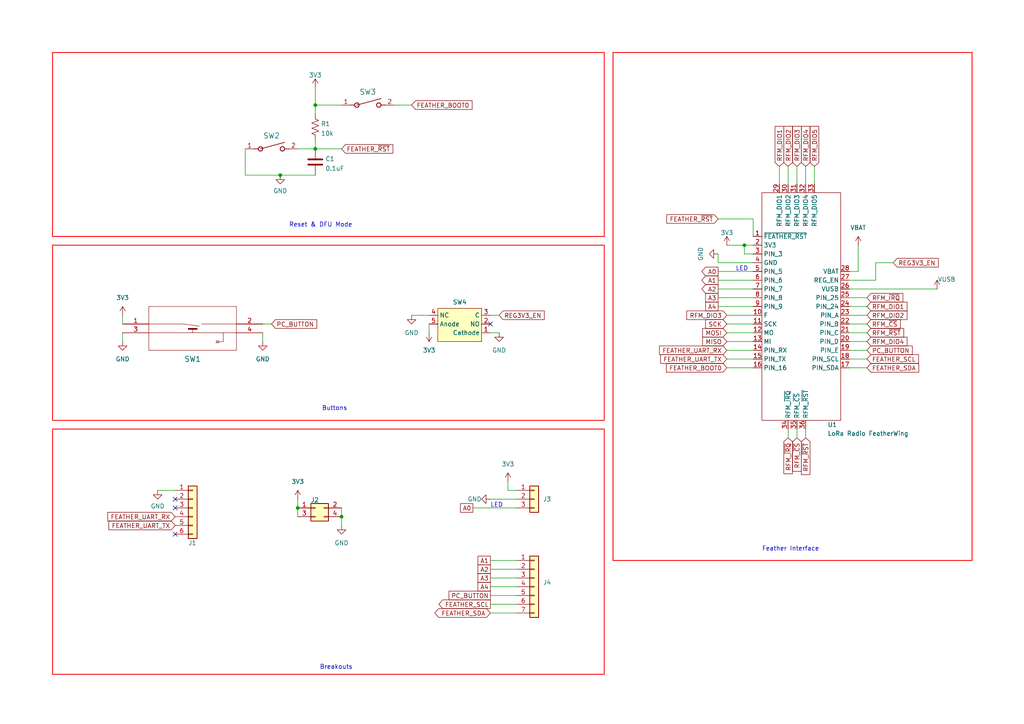
<source format=kicad_sch>
(kicad_sch (version 20230121) (generator eeschema)
  (paper "A4")
  (lib_symbols
    (symbol "GND_1" (power) (pin_names (offset 0))
      (property "Value" "GND_1" (at 0 -3.81 0))
      (symbol "GND_1_0_1"
        (polyline (pts (xy 0 0) (xy 0 -1.27) (xy 1.27 -1.27) (xy 0 -2.54) (xy -1.27 -1.27) (xy 0 -1.27)))
      )
      (symbol "GND_1_1_1"
        (pin power_in line (at 0 0 270) (length 0) hide (name "GND") (number "1"))
      )
    )
    (symbol "GND_2" (power) (pin_names (offset 0))
      (property "Value" "GND_2" (at 0 -3.81 0))
      (symbol "GND_2_0_1"
        (polyline (pts (xy 0 0) (xy 0 -1.27) (xy 1.27 -1.27) (xy 0 -2.54) (xy -1.27 -1.27) (xy 0 -1.27)))
      )
      (symbol "GND_2_1_1"
        (pin power_in line (at 0 0 270) (length 0) hide (name "GND") (number "1"))
      )
    )
    (symbol "GND_3" (power) (pin_names (offset 0))
      (property "Value" "GND_3" (at 0 -3.81 0))
      (symbol "GND_3_0_1"
        (polyline (pts (xy 0 0) (xy 0 -1.27) (xy 1.27 -1.27) (xy 0 -2.54) (xy -1.27 -1.27) (xy 0 -1.27)))
      )
      (symbol "GND_3_1_1"
        (pin power_in line (at 0 0 270) (length 0) hide (name "GND") (number "1"))
      )
    )
    (symbol "Symbols:3V3" (power) (pin_names (offset 0))
      (property "Value" "3V3" (at 0 3.556 0))
      (symbol "3V3_0_1"
        (polyline (pts (xy -0.762 1.27) (xy 0 2.54)))
        (polyline (pts (xy 0 0) (xy 0 2.54)))
        (polyline (pts (xy 0 2.54) (xy 0.762 1.27)))
      )
      (symbol "3V3_1_1"
        (pin power_in line (at 0 0 90) (length 0) hide (name "3V3") (number "1"))
      )
    )
    (symbol "Symbols:B3F-3152" (pin_names (offset 0.254) hide)
      (property "Reference" "SW" (at 10.16 10.16 0))
      (symbol "B3F-3152_0_1"
        (polyline (pts (xy 7.62 -5.08) (xy 33.02 -5.08)) (stroke (width 0.127)))
        (polyline (pts (xy 7.62 0) (xy 17.78 0)) (stroke (width 0.127)))
        (polyline (pts (xy 7.62 2.54) (xy 33.02 2.54)) (stroke (width 0.127)))
        (polyline (pts (xy 7.62 7.62) (xy 7.62 -5.08)) (stroke (width 0.127)))
        (polyline (pts (xy 19.05 1.27) (xy 19.05 1.5875)) (stroke (width 0.127)))
        (polyline (pts (xy 19.05 1.27) (xy 21.59 1.27)) (stroke (width 0.127)))
        (polyline (pts (xy 19.05 1.5875) (xy 21.59 1.5875)) (stroke (width 0.127)))
        (polyline (pts (xy 20.32 2.54) (xy 20.32 1.27)) (stroke (width 0.127)))
        (polyline (pts (xy 21.59 1.5875) (xy 21.59 1.27)) (stroke (width 0.127)))
        (polyline (pts (xy 22.225 0.635) (xy 17.78 0)) (stroke (width 0.127)))
        (polyline (pts (xy 22.86 0) (xy 33.02 0)) (stroke (width 0.127)))
        (polyline (pts (xy 27.1463 4.7625) (xy 27.305 5.3975)) (stroke (width 0.127)))
        (polyline (pts (xy 27.4638 4.7625) (xy 27.6225 5.3975)) (stroke (width 0.127)))
        (polyline (pts (xy 27.7813 4.7625) (xy 27.94 5.3975)) (stroke (width 0.127)))
        (polyline (pts (xy 27.94 5.3975) (xy 26.9875 5.3975)) (stroke (width 0.127)))
        (polyline (pts (xy 29.21 2.54) (xy 29.21 5.08)) (stroke (width 0.127)))
        (polyline (pts (xy 29.21 5.08) (xy 27.94 5.08)) (stroke (width 0.127)))
        (polyline (pts (xy 33.02 -5.08) (xy 33.02 7.62)) (stroke (width 0.127)))
        (polyline (pts (xy 33.02 7.62) (xy 7.62 7.62)) (stroke (width 0.127)))
        (polyline (pts (xy 19.05 1.5875) (xy 19.05 1.27) (xy 21.59 1.27) (xy 21.59 1.5875)) (fill (type outline)))
        (pin unspecified line (at 0 0 0) (length 7.62) (name "1") (number "1"))
        (pin unspecified line (at 40.64 0 180) (length 7.62) (name "2") (number "2"))
        (pin unspecified line (at 0 2.54 0) (length 7.62) (name "3") (number "3"))
        (pin unspecified line (at 40.64 2.54 180) (length 7.62) (name "4") (number "4"))
      )
    )
    (symbol "Symbols:C" (pin_numbers hide) (pin_names (offset 0.254))
      (property "Reference" "C" (at 0.635 2.54 0))
      (property "Value" "C" (at 0.635 -2.54 0))
      (symbol "C_0_1"
        (polyline (pts (xy -2.032 -0.762) (xy 2.032 -0.762)) (stroke (width 0.508)))
        (polyline (pts (xy -2.032 0.762) (xy 2.032 0.762)) (stroke (width 0.508)))
      )
      (symbol "C_1_1"
        (pin passive line (at 0 3.81 270) (length 2.794) (name "~") (number "1"))
        (pin passive line (at 0 -3.81 90) (length 2.794) (name "~") (number "2"))
      )
    )
    (symbol "Symbols:Conn_01x03" (pin_names (offset 1.016) hide)
      (property "Reference" "J" (at 0 5.08 0))
      (symbol "Conn_01x03_1_1"
        (rectangle (start -1.27 -2.413) (end 0 -2.667) (stroke (width 0.1524)))
        (rectangle (start -1.27 0.127) (end 0 -0.127) (stroke (width 0.1524)))
        (rectangle (start -1.27 2.667) (end 0 2.413) (stroke (width 0.1524)))
        (rectangle (start -1.27 3.81) (end 1.27 -3.81) (stroke (width 0.254)) (fill (type background)))
        (pin passive line (at -5.08 2.54 0) (length 3.81) (name "Pin_1") (number "1"))
        (pin passive line (at -5.08 0 0) (length 3.81) (name "Pin_2") (number "2"))
        (pin passive line (at -5.08 -2.54 0) (length 3.81) (name "Pin_3") (number "3"))
      )
    )
    (symbol "Symbols:Conn_01x06" (pin_names (offset 1.016) hide)
      (property "Reference" "J" (at 0 7.62 0))
      (property "Value" "Conn_01x06" (at 0 -10.16 0))
      (symbol "Conn_01x06_1_1"
        (rectangle (start -1.27 -7.493) (end 0 -7.747) (stroke (width 0.1524)))
        (rectangle (start -1.27 -4.953) (end 0 -5.207) (stroke (width 0.1524)))
        (rectangle (start -1.27 -2.413) (end 0 -2.667) (stroke (width 0.1524)))
        (rectangle (start -1.27 0.127) (end 0 -0.127) (stroke (width 0.1524)))
        (rectangle (start -1.27 2.667) (end 0 2.413) (stroke (width 0.1524)))
        (rectangle (start -1.27 5.207) (end 0 4.953) (stroke (width 0.1524)))
        (rectangle (start -1.27 6.35) (end 1.27 -8.89) (stroke (width 0.254)) (fill (type background)))
        (pin passive line (at -5.08 5.08 0) (length 3.81) (name "Pin_1") (number "1"))
        (pin passive line (at -5.08 2.54 0) (length 3.81) (name "Pin_2") (number "2"))
        (pin passive line (at -5.08 0 0) (length 3.81) (name "Pin_3") (number "3"))
        (pin passive line (at -5.08 -2.54 0) (length 3.81) (name "Pin_4") (number "4"))
        (pin passive line (at -5.08 -5.08 0) (length 3.81) (name "Pin_5") (number "5"))
        (pin passive line (at -5.08 -7.62 0) (length 3.81) (name "Pin_6") (number "6"))
      )
    )
    (symbol "Symbols:Conn_01x07" (pin_names (offset 1.016) hide)
      (property "Reference" "J" (at 0 10.16 0))
      (property "Value" "Conn_01x07" (at 0 -10.16 0))
      (symbol "Conn_01x07_1_1"
        (rectangle (start -1.27 -7.493) (end 0 -7.747) (stroke (width 0.1524)))
        (rectangle (start -1.27 -4.953) (end 0 -5.207) (stroke (width 0.1524)))
        (rectangle (start -1.27 -2.413) (end 0 -2.667) (stroke (width 0.1524)))
        (rectangle (start -1.27 0.127) (end 0 -0.127) (stroke (width 0.1524)))
        (rectangle (start -1.27 2.667) (end 0 2.413) (stroke (width 0.1524)))
        (rectangle (start -1.27 5.207) (end 0 4.953) (stroke (width 0.1524)))
        (rectangle (start -1.27 7.747) (end 0 7.493) (stroke (width 0.1524)))
        (rectangle (start -1.27 8.89) (end 1.27 -8.89) (stroke (width 0.254)) (fill (type background)))
        (pin passive line (at -5.08 7.62 0) (length 3.81) (name "Pin_1") (number "1"))
        (pin passive line (at -5.08 5.08 0) (length 3.81) (name "Pin_2") (number "2"))
        (pin passive line (at -5.08 2.54 0) (length 3.81) (name "Pin_3") (number "3"))
        (pin passive line (at -5.08 0 0) (length 3.81) (name "Pin_4") (number "4"))
        (pin passive line (at -5.08 -2.54 0) (length 3.81) (name "Pin_5") (number "5"))
        (pin passive line (at -5.08 -5.08 0) (length 3.81) (name "Pin_6") (number "6"))
        (pin passive line (at -5.08 -7.62 0) (length 3.81) (name "Pin_7") (number "7"))
      )
    )
    (symbol "Symbols:Conn_02x02_Odd_Even" (pin_names (offset 1.016) hide)
      (property "Reference" "J" (at 1.27 2.54 0))
      (property "Value" "Conn_02x02_Odd_Even" (at 1.27 -5.08 0))
      (symbol "Conn_02x02_Odd_Even_1_1"
        (rectangle (start -1.27 -2.413) (end 0 -2.667) (stroke (width 0.1524)))
        (rectangle (start -1.27 0.127) (end 0 -0.127) (stroke (width 0.1524)))
        (rectangle (start -1.27 1.27) (end 3.81 -3.81) (stroke (width 0.254)) (fill (type background)))
        (rectangle (start 3.81 -2.413) (end 2.54 -2.667) (stroke (width 0.1524)))
        (rectangle (start 3.81 0.127) (end 2.54 -0.127) (stroke (width 0.1524)))
        (pin passive line (at -5.08 0 0) (length 3.81) (name "Pin_1") (number "1"))
        (pin passive line (at 7.62 0 180) (length 3.81) (name "Pin_2") (number "2"))
        (pin passive line (at -5.08 -2.54 0) (length 3.81) (name "Pin_3") (number "3"))
        (pin passive line (at 7.62 -2.54 180) (length 3.81) (name "Pin_4") (number "4"))
      )
    )
    (symbol "Symbols:ELUMEETHQ7C22"
      (property "Reference" "SW" (at 3.81 2.921 0))
      (symbol "ELUMEETHQ7C22_1_1"
        (rectangle (start 2.54 2.032) (end 15.24 -7.62) (fill (type background)))
        (pin passive line (at 17.78 -5.08 180) (length 2.54) (name "Cathode") (number "1"))
        (pin passive line (at 17.78 -2.54 180) (length 2.54) (name "NO") (number "2"))
        (pin passive line (at 17.78 0 180) (length 2.54) (name "C") (number "3"))
        (pin passive line (at 0 0 0) (length 2.54) (name "NC") (number "4"))
        (pin passive line (at 0 -2.54 0) (length 2.54) (name "Anode") (number "5"))
      )
    )
    (symbol "Symbols:GND" (power) (pin_names (offset 0))
      (property "Value" "GND" (at 0 -3.81 0))
      (symbol "GND_0_1"
        (polyline (pts (xy 0 0) (xy 0 -1.27) (xy 1.27 -1.27) (xy 0 -2.54) (xy -1.27 -1.27) (xy 0 -1.27)))
      )
      (symbol "GND_1_1"
        (pin power_in line (at 0 0 270) (length 0) hide (name "GND") (number "1"))
      )
    )
    (symbol "Symbols:LoRa Radio FeatherWing"
      (property "Reference" "U1" (at 4.5594 -35.1187 0))
      (property "Value" "LoRa Radio FeatherWing" (at 4.5594 -37.8938 0))
      (symbol "LoRa Radio FeatherWing_0_1"
        (rectangle (start -10.16 33.02) (end 12.7 -33.02) (stroke (width 0.1524)))
      )
      (symbol "LoRa Radio FeatherWing_1_1"
        (pin input line (at -12.7 20.32 0) (length 2.54) (name "~{FEATHER_RST}") (number "1"))
        (pin bidirectional line (at -12.7 -2.54 0) (length 2.54) (name "F") (number "10"))
        (pin input line (at -12.7 -5.08 0) (length 2.54) (name "SCK") (number "11"))
        (pin input line (at -12.7 -7.62 0) (length 2.54) (name "MO") (number "12"))
        (pin output line (at -12.7 -10.16 0) (length 2.54) (name "MI") (number "13"))
        (pin bidirectional line (at -12.7 -12.7 0) (length 2.54) (name "PIN_RX") (number "14"))
        (pin bidirectional line (at -12.7 -15.24 0) (length 2.54) (name "PIN_TX") (number "15"))
        (pin bidirectional line (at -12.7 -17.78 0) (length 2.54) (name "PIN_16") (number "16"))
        (pin bidirectional line (at 15.24 -17.78 180) (length 2.54) (name "PIN_SDA") (number "17"))
        (pin bidirectional line (at 15.24 -15.24 180) (length 2.54) (name "PIN_SCL") (number "18"))
        (pin bidirectional line (at 15.24 -12.7 180) (length 2.54) (name "PIN_E") (number "19"))
        (pin power_in line (at -12.7 17.78 0) (length 2.54) (name "3V3") (number "2"))
        (pin bidirectional line (at 15.24 -10.16 180) (length 2.54) (name "PIN_D") (number "20"))
        (pin bidirectional line (at 15.24 -7.62 180) (length 2.54) (name "PIN_C") (number "21"))
        (pin bidirectional line (at 15.24 -5.08 180) (length 2.54) (name "PIN_B") (number "22"))
        (pin bidirectional line (at 15.24 -2.54 180) (length 2.54) (name "PIN_A") (number "23"))
        (pin bidirectional line (at 15.24 0 180) (length 2.54) (name "PIN_24") (number "24"))
        (pin bidirectional line (at 15.24 2.54 180) (length 2.54) (name "PIN_25") (number "25"))
        (pin power_out line (at 15.24 5.08 180) (length 2.54) (name "VUSB") (number "26"))
        (pin input line (at 15.24 7.62 180) (length 2.54) (name "REG_EN") (number "27"))
        (pin power_out line (at 15.24 10.16 180) (length 2.54) (name "VBAT") (number "28"))
        (pin bidirectional line (at -5.08 35.56 270) (length 2.54) (name "RFM_DIO1") (number "29"))
        (pin bidirectional line (at -12.7 15.24 0) (length 2.54) (name "PIN_3") (number "3"))
        (pin bidirectional line (at -2.54 35.56 270) (length 2.54) (name "RFM_DIO2") (number "30"))
        (pin bidirectional line (at 0 35.56 270) (length 2.54) (name "RFM_DIO3") (number "31"))
        (pin bidirectional line (at 2.54 35.56 270) (length 2.54) (name "RFM_DIO4") (number "32"))
        (pin bidirectional line (at 5.08 35.56 270) (length 2.54) (name "RFM_DIO5") (number "33"))
        (pin output line (at -2.54 -35.56 90) (length 2.54) (name "RFM_~{IRQ}") (number "34"))
        (pin input line (at 0 -35.56 90) (length 2.54) (name "RFM_~{CS}") (number "35"))
        (pin input line (at 2.54 -35.56 90) (length 2.54) (name "RFM_~{RST}") (number "36"))
        (pin power_in line (at -12.7 12.7 0) (length 2.54) (name "GND") (number "4"))
        (pin bidirectional line (at -12.7 10.16 0) (length 2.54) (name "PIN_5") (number "5"))
        (pin bidirectional line (at -12.7 7.62 0) (length 2.54) (name "PIN_6") (number "6"))
        (pin bidirectional line (at -12.7 5.08 0) (length 2.54) (name "PIN_7") (number "7"))
        (pin bidirectional line (at -12.7 2.54 0) (length 2.54) (name "PIN_8") (number "8"))
        (pin bidirectional line (at -12.7 0 0) (length 2.54) (name "PIN_9") (number "9"))
      )
    )
    (symbol "Symbols:R_US" (pin_numbers hide) (pin_names (offset 0))
      (property "Reference" "R" (at 2.54 0 90))
      (property "Value" "R_US" (at -2.54 0 90))
      (symbol "R_US_0_1"
        (polyline (pts (xy 0 -2.286) (xy 0 -2.54)))
        (polyline (pts (xy 0 2.286) (xy 0 2.54)))
        (polyline (pts (xy 0 -0.762) (xy 1.016 -1.143) (xy 0 -1.524) (xy -1.016 -1.905) (xy 0 -2.286)))
        (polyline (pts (xy 0 0.762) (xy 1.016 0.381) (xy 0 0) (xy -1.016 -0.381) (xy 0 -0.762)))
        (polyline (pts (xy 0 2.286) (xy 1.016 1.905) (xy 0 1.524) (xy -1.016 1.143) (xy 0 0.762)))
      )
      (symbol "R_US_1_1"
        (pin passive line (at 0 3.81 270) (length 1.27) (name "~") (number "1"))
        (pin passive line (at 0 -3.81 90) (length 1.27) (name "~") (number "2"))
      )
    )
    (symbol "Symbols:TL1105MF160Q" (pin_names (offset 0.254) hide)
      (property "Reference" "SW" (at 7.62 3.81 0))
      (symbol "TL1105MF160Q_0_1"
        (polyline (pts (xy 2.54 0) (xy 3.81 0)) (stroke (width 0.2032)))
        (polyline (pts (xy 4.445 0) (xy 11.43 1.905)) (stroke (width 0.2032)))
        (polyline (pts (xy 12.7 0) (xy 11.43 0)) (stroke (width 0.2032)))
        (circle (center 4.445 0) (radius 0.635) (stroke (width 0.254)))
        (circle (center 10.795 0) (radius 0.635) (stroke (width 0.254)))
        (pin unspecified line (at 0 0 0) (length 2.54) (name "1") (number "1"))
        (pin unspecified line (at 15.24 0 180) (length 2.54) (name "2") (number "2"))
      )
    )
    (symbol "Symbols:VBAT" (power) (pin_names (offset 0))
      (property "Value" "VBAT" (at 0 3.556 0))
      (symbol "VBAT_0_1"
        (polyline (pts (xy -0.762 1.27) (xy 0 2.54)))
        (polyline (pts (xy 0 0) (xy 0 2.54)))
        (polyline (pts (xy 0 2.54) (xy 0.762 1.27)))
      )
      (symbol "VBAT_1_1"
        (pin power_in line (at 0 0 90) (length 0) hide (name "VBAT") (number "1"))
      )
    )
    (symbol "Symbols:VUSB" (power) (pin_names (offset 0))
      (property "Value" "VUSB" (at 0 3.81 0))
      (symbol "VUSB_0_1"
        (polyline (pts (xy -0.762 1.27) (xy 0 2.54)))
        (polyline (pts (xy 0 0) (xy 0 2.54)))
        (polyline (pts (xy 0 2.54) (xy 0.762 1.27)))
      )
      (symbol "VUSB_1_1"
        (pin power_in line (at 0 0 90) (length 0) hide (name "VUSB") (number "1"))
      )
    )
  )
  (junction (at 91.44 43.18))
  (junction (at 99.06 149.86))
  (junction (at 81.28 50.8))
  (junction (at 91.44 30.48))
  (junction (at 86.36 147.32))
  (junction (at 215.9 71.12))
  (no_connect (at 142.24 93.98))
  (no_connect (at 50.8 147.32))
  (no_connect (at 50.8 144.78))
  (no_connect (at 50.8 154.94))
  (wire (pts (xy 210.82 93.98) (xy 218.44 93.98)))
  (wire (pts (xy 246.38 91.44) (xy 251.46 91.44)))
  (wire (pts (xy 147.32 142.24) (xy 149.86 142.24)))
  (wire (pts (xy 142.24 144.78) (xy 149.86 144.78)))
  (wire (pts (xy 248.92 71.12) (xy 248.92 78.74)))
  (wire (pts (xy 35.56 96.52) (xy 35.56 99.06)))
  (wire (pts (xy 142.24 167.64) (xy 149.86 167.64)))
  (wire (pts (xy 208.28 76.2) (xy 218.44 76.2)))
  (wire (pts (xy 215.9 73.66) (xy 218.44 73.66)))
  (wire (pts (xy 228.6 48.26) (xy 228.6 53.34)))
  (wire (pts (xy 246.38 106.68) (xy 251.46 106.68)))
  (wire (pts (xy 45.72 142.24) (xy 50.8 142.24)))
  (wire (pts (xy 81.28 50.8) (xy 91.44 50.8)))
  (wire (pts (xy 91.44 43.18) (xy 99.06 43.18)))
  (wire (pts (xy 233.68 124.46) (xy 233.68 127)))
  (wire (pts (xy 210.82 106.68) (xy 218.44 106.68)))
  (wire (pts (xy 233.68 48.26) (xy 233.68 53.34)))
  (wire (pts (xy 71.12 43.18) (xy 71.12 50.8)))
  (wire (pts (xy 208.28 83.82) (xy 218.44 83.82)))
  (wire (pts (xy 210.82 99.06) (xy 218.44 99.06)))
  (wire (pts (xy 86.36 43.18) (xy 91.44 43.18)))
  (wire (pts (xy 210.82 91.44) (xy 218.44 91.44)))
  (wire (pts (xy 71.12 50.8) (xy 81.28 50.8)))
  (wire (pts (xy 86.36 147.32) (xy 86.36 149.86)))
  (wire (pts (xy 142.24 172.72) (xy 149.86 172.72)))
  (wire (pts (xy 208.28 78.74) (xy 218.44 78.74)))
  (wire (pts (xy 246.38 78.74) (xy 248.92 78.74)))
  (wire (pts (xy 208.28 76.2) (xy 208.28 73.66)))
  (wire (pts (xy 236.22 48.26) (xy 236.22 53.34)))
  (wire (pts (xy 208.28 86.36) (xy 218.44 86.36)))
  (wire (pts (xy 142.24 162.56) (xy 149.86 162.56)))
  (wire (pts (xy 231.14 48.26) (xy 231.14 53.34)))
  (wire (pts (xy 124.46 93.98) (xy 124.46 96.52)))
  (wire (pts (xy 215.9 71.12) (xy 215.9 73.66)))
  (wire (pts (xy 246.38 83.82) (xy 271.78 83.82)))
  (wire (pts (xy 210.82 104.14) (xy 218.44 104.14)))
  (wire (pts (xy 208.28 81.28) (xy 218.44 81.28)))
  (wire (pts (xy 142.24 91.44) (xy 144.78 91.44)))
  (wire (pts (xy 246.38 96.52) (xy 251.46 96.52)))
  (wire (pts (xy 91.44 40.64) (xy 91.44 43.18)))
  (wire (pts (xy 246.38 88.9) (xy 251.46 88.9)))
  (wire (pts (xy 35.56 91.44) (xy 35.56 93.98)))
  (wire (pts (xy 119.38 91.44) (xy 124.46 91.44)))
  (wire (pts (xy 99.06 147.32) (xy 99.06 149.86)))
  (wire (pts (xy 91.44 30.48) (xy 99.06 30.48)))
  (wire (pts (xy 76.2 96.52) (xy 76.2 99.06)))
  (wire (pts (xy 246.38 93.98) (xy 251.46 93.98)))
  (wire (pts (xy 142.24 177.8) (xy 149.86 177.8)))
  (wire (pts (xy 215.9 71.12) (xy 218.44 71.12)))
  (wire (pts (xy 246.38 104.14) (xy 251.46 104.14)))
  (wire (pts (xy 226.06 48.26) (xy 226.06 53.34)))
  (wire (pts (xy 208.28 63.5) (xy 218.44 63.5)))
  (wire (pts (xy 231.14 124.46) (xy 231.14 127)))
  (wire (pts (xy 142.24 165.1) (xy 149.86 165.1)))
  (wire (pts (xy 254 76.2) (xy 259.08 76.2)))
  (wire (pts (xy 86.36 144.78) (xy 86.36 147.32)))
  (wire (pts (xy 91.44 25.4) (xy 91.44 30.48)))
  (wire (pts (xy 228.6 127) (xy 228.6 124.46)))
  (wire (pts (xy 142.24 96.52) (xy 144.78 96.52)))
  (wire (pts (xy 210.82 71.12) (xy 215.9 71.12)))
  (wire (pts (xy 246.38 86.36) (xy 251.46 86.36)))
  (wire (pts (xy 246.38 101.6) (xy 251.46 101.6)))
  (wire (pts (xy 218.44 63.5) (xy 218.44 68.58)))
  (wire (pts (xy 142.24 175.26) (xy 149.86 175.26)))
  (wire (pts (xy 99.06 149.86) (xy 99.06 152.4)))
  (wire (pts (xy 246.38 81.28) (xy 254 81.28)))
  (wire (pts (xy 137.16 147.32) (xy 149.86 147.32)))
  (wire (pts (xy 147.32 139.7) (xy 147.32 142.24)))
  (wire (pts (xy 91.44 30.48) (xy 91.44 33.02)))
  (wire (pts (xy 76.2 93.98) (xy 78.74 93.98)))
  (wire (pts (xy 210.82 101.6) (xy 218.44 101.6)))
  (wire (pts (xy 208.28 88.9) (xy 218.44 88.9)))
  (wire (pts (xy 246.38 99.06) (xy 251.46 99.06)))
  (wire (pts (xy 210.82 96.52) (xy 218.44 96.52)))
  (wire (pts (xy 254 76.2) (xy 254 81.28)))
  (wire (pts (xy 114.3 30.48) (xy 119.38 30.48)))
  (wire (pts (xy 142.24 170.18) (xy 149.86 170.18)))
  (rectangle (start 177.8 15.24) (end 281.94 162.56) (stroke (width 0.254) (color 255 0 0 1)))
  (rectangle (start 15.24 15.24) (end 175.26 68.58) (stroke (width 0.254) (color 255 0 0 1)))
  (rectangle (start 15.24 124.46) (end 175.26 195.58) (stroke (width 0.254) (color 255 0 0 1)))
  (rectangle (start 15.24 71.12) (end 175.26 121.92) (stroke (width 0.254) (color 255 0 0 1)))
  (text "Reset & DFU Mode" (at 83.82 66.04 0) (effects (font (size 1.27 1.27)) (justify left bottom)))
  (text "Buttons" (at 93.345 119.253 0) (effects (font (size 1.27 1.27)) (justify left bottom)))
  (text "LED" (at 142.24 147.32 0) (effects (font (size 1.27 1.27)) (justify left bottom)))
  (text "Breakouts" (at 92.71 194.31 0) (effects (font (size 1.27 1.27)) (justify left bottom)))
  (text "LED" (at 213.36 78.74 0) (effects (font (size 1.27 1.27)) (justify left bottom)))
  (text "Feather Interface" (at 220.98 160.02 0) (effects (font (size 1.27 1.27)) (justify left bottom)))
  (global_label "A4" (shape passive) (at 208.28 88.9 180) (property "Intersheetrefs" "${INTERSHEET_REFS}" (effects hide)))
  (global_label "A4" (shape passive) (at 142.24 170.18 180) (property "Intersheetrefs" "${INTERSHEET_REFS}" (effects hide)))
  (global_label "MOSI" (shape input) (at 210.82 96.52 180) (property "Intersheetrefs" "${INTERSHEET_REFS}" (effects hide)))
  (global_label "FEATHER_SCL" (shape input) (at 251.46 104.14 0) (property "Intersheetrefs" "${INTERSHEET_REFS}" (effects hide)))
  (global_label "A0" (shape output) (at 208.28 78.74 180) (property "Intersheetrefs" "${INTERSHEET_REFS}" (effects hide)))
  (global_label "RFM_~{CS}" (shape input) (at 231.14 127 270) (property "Intersheetrefs" "${INTERSHEET_REFS}" (effects hide)))
  (global_label "RFM_DIO4" (shape input) (at 251.46 99.06 0) (property "Intersheetrefs" "${INTERSHEET_REFS}" (effects hide)))
  (global_label "RFM_~{IRQ}" (shape input) (at 228.6 127 270) (property "Intersheetrefs" "${INTERSHEET_REFS}" (effects hide)))
  (global_label "PC_BUTTON" (shape input) (at 251.46 101.6 0) (property "Intersheetrefs" "${INTERSHEET_REFS}" (effects hide)))
  (global_label "PC_BUTTON" (shape passive) (at 142.24 172.72 180) (property "Intersheetrefs" "${INTERSHEET_REFS}" (effects hide)))
  (global_label "RFM_DIO4" (shape input) (at 233.68 48.26 90) (property "Intersheetrefs" "${INTERSHEET_REFS}" (effects hide)))
  (global_label "FEATHER_~{RST}" (shape input) (at 208.28 63.5 180) (property "Intersheetrefs" "${INTERSHEET_REFS}" (effects hide)))
  (global_label "FEATHER_SDA" (shape input) (at 251.46 106.68 0) (property "Intersheetrefs" "${INTERSHEET_REFS}" (effects hide)))
  (global_label "FEATHER_~{RST}" (shape input) (at 99.06 43.18 0) (property "Intersheetrefs" "${INTERSHEET_REFS}" (effects hide)))
  (global_label "FEATHER_UART_RX" (shape input) (at 50.8 149.86 180) (property "Intersheetrefs" "${INTERSHEET_REFS}" (effects hide)))
  (global_label "FEATHER_UART_RX" (shape input) (at 210.82 101.6 180) (property "Intersheetrefs" "${INTERSHEET_REFS}" (effects hide)))
  (global_label "REG3V3_EN" (shape input) (at 259.08 76.2 0) (property "Intersheetrefs" "${INTERSHEET_REFS}" (effects hide)))
  (global_label "FEATHER_SDA" (shape bidirectional) (at 142.24 177.8 180) (property "Intersheetrefs" "${INTERSHEET_REFS}" (effects hide)))
  (global_label "FEATHER_UART_TX" (shape input) (at 210.82 104.14 180) (property "Intersheetrefs" "${INTERSHEET_REFS}" (effects hide)))
  (global_label "A1" (shape passive) (at 142.24 162.56 180) (property "Intersheetrefs" "${INTERSHEET_REFS}" (effects hide)))
  (global_label "A2" (shape output) (at 208.28 83.82 180) (property "Intersheetrefs" "${INTERSHEET_REFS}" (effects hide)))
  (global_label "RFM_DIO3" (shape input) (at 210.82 91.44 180) (property "Intersheetrefs" "${INTERSHEET_REFS}" (effects hide)))
  (global_label "RFM_DIO1" (shape input) (at 251.46 88.9 0) (property "Intersheetrefs" "${INTERSHEET_REFS}" (effects hide)))
  (global_label "RFM_DIO3" (shape input) (at 231.14 48.26 90) (property "Intersheetrefs" "${INTERSHEET_REFS}" (effects hide)))
  (global_label "RFM_~{RST}" (shape input) (at 251.46 96.52 0) (property "Intersheetrefs" "${INTERSHEET_REFS}" (effects hide)))
  (global_label "SCK" (shape input) (at 210.82 93.98 180) (property "Intersheetrefs" "${INTERSHEET_REFS}" (effects hide)))
  (global_label "A3" (shape passive) (at 208.28 86.36 180) (property "Intersheetrefs" "${INTERSHEET_REFS}" (effects hide)))
  (global_label "RFM_~{RST}" (shape input) (at 233.68 127 270) (property "Intersheetrefs" "${INTERSHEET_REFS}" (effects hide)))
  (global_label "PC_BUTTON" (shape input) (at 78.74 93.98 0) (property "Intersheetrefs" "${INTERSHEET_REFS}" (effects hide)))
  (global_label "FEATHER_SCL" (shape output) (at 142.24 175.26 180) (property "Intersheetrefs" "${INTERSHEET_REFS}" (effects hide)))
  (global_label "A3" (shape passive) (at 142.24 167.64 180) (property "Intersheetrefs" "${INTERSHEET_REFS}" (effects hide)))
  (global_label "RFM_DIO5" (shape input) (at 236.22 48.26 90) (property "Intersheetrefs" "${INTERSHEET_REFS}" (effects hide)))
  (global_label "FEATHER_BOOT0" (shape input) (at 210.82 106.68 180) (property "Intersheetrefs" "${INTERSHEET_REFS}" (effects hide)))
  (global_label "RFM_DIO2" (shape input) (at 228.6 48.26 90) (property "Intersheetrefs" "${INTERSHEET_REFS}" (effects hide)))
  (global_label "MISO" (shape input) (at 210.82 99.06 180) (property "Intersheetrefs" "${INTERSHEET_REFS}" (effects hide)))
  (global_label "A2" (shape passive) (at 142.24 165.1 180) (property "Intersheetrefs" "${INTERSHEET_REFS}" (effects hide)))
  (global_label "FEATHER_UART_TX" (shape input) (at 50.8 152.4 180) (property "Intersheetrefs" "${INTERSHEET_REFS}" (effects hide)))
  (global_label "RFM_DIO2" (shape input) (at 251.46 91.44 0) (property "Intersheetrefs" "${INTERSHEET_REFS}" (effects hide)))
  (global_label "RFM_~{CS}" (shape input) (at 251.46 93.98 0) (property "Intersheetrefs" "${INTERSHEET_REFS}" (effects hide)))
  (global_label "RFM_DIO1" (shape input) (at 226.06 48.26 90) (property "Intersheetrefs" "${INTERSHEET_REFS}" (effects hide)))
  (global_label "A1" (shape output) (at 208.28 81.28 180) (property "Intersheetrefs" "${INTERSHEET_REFS}" (effects hide)))
  (global_label "A0" (shape passive) (at 137.16 147.32 180) (property "Intersheetrefs" "${INTERSHEET_REFS}" (effects hide)))
  (global_label "FEATHER_BOOT0" (shape input) (at 119.38 30.48 0) (property "Intersheetrefs" "${INTERSHEET_REFS}" (effects hide)))
  (global_label "REG3V3_EN" (shape input) (at 144.78 91.44 0) (property "Intersheetrefs" "${INTERSHEET_REFS}" (effects hide)))
  (global_label "RFM_~{IRQ}" (shape input) (at 251.46 86.36 0) (property "Intersheetrefs" "${INTERSHEET_REFS}" (effects hide)))
  (symbol (lib_id "Symbols:Conn_01x07") (at 154.94 170.18 0) (unit 1)
    (property "Reference" "J4" (at 157.48 168.91 0) (effects (justify left)))
    (property "Value" "Conn_01x07" (effects hide))
    (property "Footprint" "Footprints:PinHeader_1x07_P2.54mm_Vertical" (effects hide))
    (property "Sim.Enable" "0" (effects hide))
  )
  (symbol (lib_id "Symbols:GND") (at 142.24 144.78 270) (unit 1)
    (property "Reference" "#PWR011" (effects hide))
    (property "Value" "GND" (at 139.7 144.78 90) (effects (justify right)))
  )
  (symbol (lib_id "Symbols:3V3") (at 124.46 96.52 180) (unit 1)
    (property "Reference" "#PWR010" (effects hide))
    (property "Value" "3V3" (at 124.46 101.6 0))
  )
  (symbol (lib_id "Symbols:VBAT") (at 248.92 71.12 0) (unit 1)
    (property "Reference" "#PWR017" (effects hide))
    (property "Value" "VBAT" (at 248.92 66.04 0))
  )
  (symbol (lib_id "Symbols:TL1105MF160Q") (at 71.12 43.18 0) (unit 1)
    (property "Reference" "SW2" (at 78.74 39.37 0) (effects (font (size 1.524 1.524))))
    (property "Value" "TL1105MF160Q" (effects hide))
    (property "Footprint" "Footprints:SW_TL1105MF160Q" (effects hide))
    (property "Datasheet" "TL1105MF160Q" (effects hide))
    (property "Sim.Enable" "0" (effects hide))
  )
  (symbol (lib_id "Symbols:Conn_01x06") (at 55.88 147.32 0) (unit 1)
    (property "Reference" "J1" (at 54.61 157.48 0) (effects (justify left)))
    (property "Value" "Conn_01x06" (effects hide))
    (property "Footprint" "Footprints:PinHeader_1x06_P2.54mm_Vertical" (effects hide))
    (property "Sim.Enable" "0" (effects hide))
  )
  (symbol (lib_id "Symbols:GND") (at 81.28 50.8 0) (unit 1)
    (property "Reference" "#PWR05" (effects hide))
    (property "Value" "GND" (at 81.28 55.3625 0))
  )
  (symbol (lib_id "Symbols:3V3") (at 86.36 144.78 0) (unit 1)
    (property "Reference" "#PWR06" (effects hide))
    (property "Value" "3V3" (at 86.36 139.7 0))
  )
  (symbol (lib_id "Symbols:Conn_01x03") (at 154.94 144.78 0) (unit 1)
    (property "Reference" "J3" (at 157.48 144.78 0) (effects (justify left)))
    (property "Value" "Conn_01x03" (effects hide))
    (property "Footprint" "Footprints:PinHeader_1x03_P2.54mm_Vertical" (effects hide))
    (property "Sim.Enable" "0" (effects hide))
  )
  (symbol (lib_id "Symbols:GND") (at 208.28 73.66 270) (unit 1)
    (property "Reference" "#PWR014" (effects hide))
    (property "Value" "GND" (at 203.2 73.66 0))
  )
  (symbol (lib_id "Symbols:3V3") (at 35.56 91.44 0) (unit 1)
    (property "Reference" "#PWR01" (effects hide))
    (property "Value" "3V3" (at 35.56 86.36 0))
  )
  (symbol (lib_id "Symbols:VUSB") (at 271.78 83.82 0) (unit 1)
    (property "Reference" "#PWR016" (effects hide))
    (property "Value" "VUSB" (at 274.574 81.026 0))
  )
  (symbol (lib_id "Symbols:LoRa Radio FeatherWing") (at 231.14 88.9 0) (unit 1)
    (property "Reference" "U1" (at 240.03 123.19 0) (effects (justify left)))
    (property "Value" "LoRa Radio FeatherWing" (at 240.03 125.73 0) (effects (justify left)))
    (property "Footprint" "Footprints:Radio_FeatherWing_16x12+5+3" (effects hide))
    (property "Sim.Enable" "0" (effects hide))
  )
  (symbol (lib_name "GND_1") (lib_id "Symbols:GND") (at 119.38 91.44 0) (unit 1)
    (property "Reference" "#PWR09" (effects hide))
    (property "Value" "GND" (at 119.38 96.52 0))
  )
  (symbol (lib_id "Symbols:B3F-3152") (at 35.56 93.98 0) (mirror x) (unit 1)
    (property "Reference" "SW1" (at 55.88 104.14 0) (effects (font (size 1.524 1.524))))
    (property "Value" "B3F-3152" (effects hide))
    (property "Footprint" "Footprints:SW_B3F-3150_OMR" (effects hide))
    (property "Datasheet" "B3F-3152" (effects hide))
    (property "Sim.Enable" "0" (effects hide))
  )
  (symbol (lib_id "Symbols:3V3") (at 147.32 139.7 0) (unit 1)
    (property "Reference" "#PWR013" (effects hide))
    (property "Value" "3V3" (at 147.32 134.62 0))
  )
  (symbol (lib_name "GND_3") (lib_id "Symbols:GND") (at 76.2 99.06 0) (unit 1)
    (property "Reference" "#PWR04" (effects hide))
    (property "Value" "GND" (at 76.2 104.14 0))
  )
  (symbol (lib_name "GND_2") (lib_id "Symbols:GND") (at 35.56 99.06 0) (unit 1)
    (property "Reference" "#PWR02" (effects hide))
    (property "Value" "GND" (at 35.56 104.14 0))
  )
  (symbol (lib_id "Symbols:C") (at 91.44 46.99 0) (unit 1)
    (property "Reference" "C1" (at 94.361 46.0815 0) (effects (justify left)))
    (property "Value" "0.1uF" (at 94.361 48.8566 0) (effects (justify left)))
    (property "Footprint" "Footprints:C_Disc_D3.0mm_W1.6mm_P2.50mm" (effects hide))
  )
  (symbol (lib_id "Symbols:Conn_02x02_Odd_Even") (at 91.44 147.32 0) (unit 1)
    (property "Reference" "J2" (at 91.313 145.034 0))
    (property "Value" "Conn_02x02_Odd_Even" (effects hide))
    (property "Footprint" "Connector_PinHeader_2.54mm:PinHeader_2x02_P2.54mm_Vertical" (effects hide))
    (property "Sim.Enable" "0" (effects hide))
  )
  (symbol (lib_id "Symbols:3V3") (at 91.44 25.4 0) (unit 1)
    (property "Reference" "#PWR07" (effects hide))
    (property "Value" "3V3" (at 91.44 21.7955 0))
  )
  (symbol (lib_id "Symbols:R_US") (at 91.44 36.83 0) (unit 1)
    (property "Reference" "R1" (at 93.091 35.9215 0) (effects (justify left)))
    (property "Value" "10k" (at 93.091 38.6966 0) (effects (justify left)))
    (property "Footprint" "Footprints:R_Axial_DIN0207_L6.3mm_D2.5mm_P10.16mm_Horizontal" (effects hide))
  )
  (symbol (lib_id "Symbols:GND") (at 45.72 142.24 0) (unit 1)
    (property "Reference" "#PWR03" (effects hide))
    (property "Value" "GND" (at 45.72 146.8025 0))
  )
  (symbol (lib_id "Symbols:TL1105MF160Q") (at 99.06 30.48 0) (unit 1)
    (property "Reference" "SW3" (at 106.68 26.67 0) (effects (font (size 1.524 1.524))))
    (property "Value" "TL1105MF160Q" (effects hide))
    (property "Footprint" "Footprints:SW_TL1105MF160Q" (effects hide))
    (property "Datasheet" "TL1105MF160Q" (effects hide))
    (property "Sim.Enable" "0" (effects hide))
  )
  (symbol (lib_id "Symbols:GND") (at 99.06 152.4 0) (unit 1)
    (property "Reference" "#PWR08" (effects hide))
    (property "Value" "GND" (at 99.06 157.48 0))
  )
  (symbol (lib_id "Symbols:ELUMEETHQ7C22") (at 124.46 91.44 0) (unit 1)
    (property "Reference" "SW4" (at 133.35 87.63 0))
    (property "Value" "ELUMEETHQ7C22" (effects hide))
    (property "Footprint" "Footprints:ELUMEETHQC02" (effects hide))
    (property "Sim.Enable" "0" (effects hide))
  )
  (symbol (lib_name "GND_1") (lib_id "Symbols:GND") (at 144.78 96.52 0) (unit 1)
    (property "Reference" "#PWR012" (effects hide))
    (property "Value" "GND" (at 144.78 101.6 0))
  )
  (symbol (lib_id "Symbols:3V3") (at 210.82 71.12 0) (unit 1)
    (property "Reference" "#PWR015" (effects hide))
    (property "Value" "3V3" (at 210.82 67.5155 0))
  )
)
</source>
